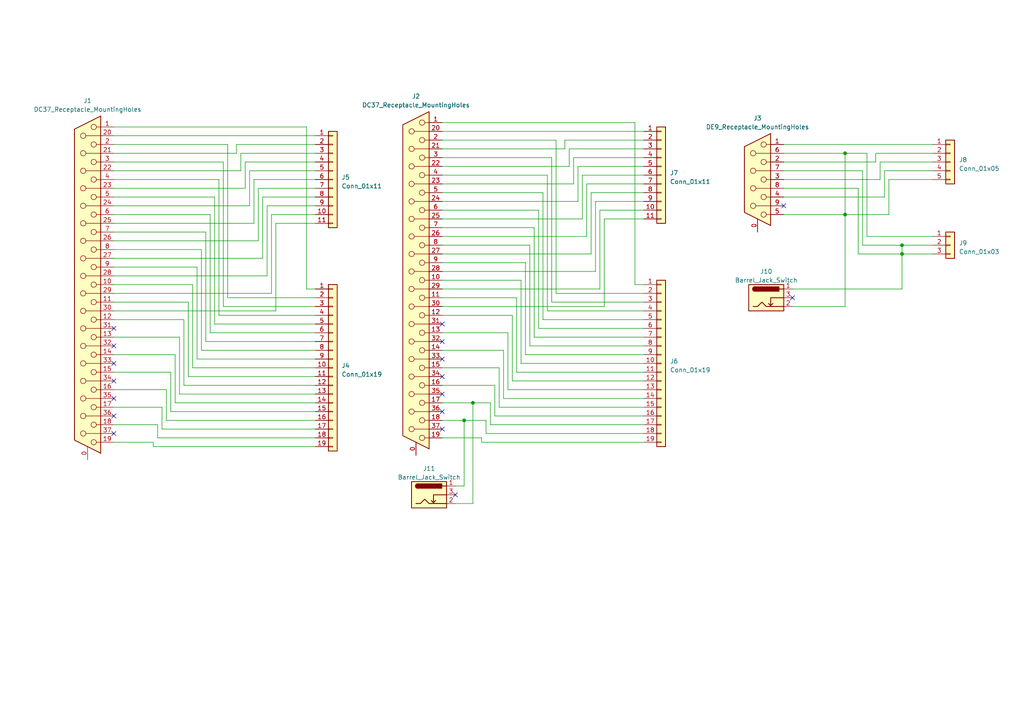
<source format=kicad_sch>
(kicad_sch (version 20230121) (generator eeschema)
  (paper "A4")
  (title_block (title "Veronte68 -> 2.54mm Breakout") (date "2023-07-05") (rev "v1.0.0") (company "teTra aviation corp."))
  (lib_symbols
    (symbol "Connector:Barrel_Jack_Switch" (pin_names hide)
      (property "Reference" "J" (at 0 5.334 0))
      (property "Value" "Barrel_Jack_Switch" (at 0 -5.08 0))
      (symbol "Barrel_Jack_Switch_0_1"
        (rectangle (start -5.08 3.81) (end 5.08 -3.81) (stroke (width 0.254)) (fill (type background)))
        (arc (start -3.302 3.175) (mid -3.9343 2.54) (end -3.302 1.905) (stroke (width 0.254)))
        (arc (start -3.302 3.175) (mid -3.9343 2.54) (end -3.302 1.905) (stroke (width 0.254)) (fill (type outline)))
        (polyline (pts (xy 1.27 -2.286) (xy 1.905 -1.651)) (stroke (width 0.254)))
        (polyline (pts (xy 5.08 2.54) (xy 3.81 2.54)) (stroke (width 0.254)))
        (polyline (pts (xy 5.08 0) (xy 1.27 0) (xy 1.27 -2.286) (xy 0.635 -1.651)) (stroke (width 0.254)))
        (polyline (pts (xy -3.81 -2.54) (xy -2.54 -2.54) (xy -1.27 -1.27) (xy 0 -2.54) (xy 2.54 -2.54) (xy 5.08 -2.54)) (stroke (width 0.254)))
        (rectangle (start 3.683 3.175) (end -3.302 1.905) (stroke (width 0.254)) (fill (type outline)))
      )
      (symbol "Barrel_Jack_Switch_1_1"
        (pin passive line (at 7.62 2.54 180) (length 2.54) (name "~") (number "1"))
        (pin passive line (at 7.62 -2.54 180) (length 2.54) (name "~") (number "2"))
        (pin passive line (at 7.62 0 180) (length 2.54) (name "~") (number "3"))
      )
    )
    (symbol "Connector:DC37_Receptacle_MountingHoles" (pin_names (offset 1.016) hide)
      (property "Reference" "J" (at 0 52.07 0))
      (property "Value" "DC37_Receptacle_MountingHoles" (at 0 50.165 0))
      (symbol "DC37_Receptacle_MountingHoles_0_1"
        (circle (center -1.778 -45.72) (radius 0.762))
        (circle (center -1.778 -40.64) (radius 0.762))
        (circle (center -1.778 -35.56) (radius 0.762))
        (circle (center -1.778 -30.48) (radius 0.762))
        (circle (center -1.778 -25.4) (radius 0.762))
        (circle (center -1.778 -20.32) (radius 0.762))
        (circle (center -1.778 -15.24) (radius 0.762))
        (circle (center -1.778 -10.16) (radius 0.762))
        (circle (center -1.778 -5.08) (radius 0.762))
        (circle (center -1.778 0) (radius 0.762))
        (circle (center -1.778 5.08) (radius 0.762))
        (circle (center -1.778 10.16) (radius 0.762))
        (circle (center -1.778 15.24) (radius 0.762))
        (circle (center -1.778 20.32) (radius 0.762))
        (circle (center -1.778 25.4) (radius 0.762))
        (circle (center -1.778 30.48) (radius 0.762))
        (circle (center -1.778 35.56) (radius 0.762))
        (circle (center -1.778 40.64) (radius 0.762))
        (circle (center -1.778 45.72) (radius 0.762))
        (polyline (pts (xy -3.81 -45.72) (xy -2.54 -45.72)))
        (polyline (pts (xy -3.81 -43.18) (xy 0.508 -43.18)))
        (polyline (pts (xy -3.81 -40.64) (xy -2.54 -40.64)))
        (polyline (pts (xy -3.81 -38.1) (xy 0.508 -38.1)))
        (polyline (pts (xy -3.81 -35.56) (xy -2.54 -35.56)))
        (polyline (pts (xy -3.81 -33.02) (xy 0.508 -33.02)))
        (polyline (pts (xy -3.81 -30.48) (xy -2.54 -30.48)))
        (polyline (pts (xy -3.81 -27.94) (xy 0.508 -27.94)))
        (polyline (pts (xy -3.81 -25.4) (xy -2.54 -25.4)))
        (polyline (pts (xy -3.81 -22.86) (xy 0.508 -22.86)))
        (polyline (pts (xy -3.81 -20.32) (xy -2.54 -20.32)))
        (polyline (pts (xy -3.81 -17.78) (xy 0.508 -17.78)))
        (polyline (pts (xy -3.81 -15.24) (xy -2.54 -15.24)))
        (polyline (pts (xy -3.81 -12.7) (xy 0.508 -12.7)))
        (polyline (pts (xy -3.81 -10.16) (xy -2.54 -10.16)))
        (polyline (pts (xy -3.81 -7.62) (xy 0.508 -7.62)))
        (polyline (pts (xy -3.81 -5.08) (xy -2.54 -5.08)))
        (polyline (pts (xy -3.81 -2.54) (xy 0.508 -2.54)))
        (polyline (pts (xy -3.81 0) (xy -2.54 0)))
        (polyline (pts (xy -3.81 2.54) (xy 0.508 2.54)))
        (polyline (pts (xy -3.81 5.08) (xy -2.54 5.08)))
        (polyline (pts (xy -3.81 7.62) (xy 0.508 7.62)))
        (polyline (pts (xy -3.81 10.16) (xy -2.54 10.16)))
        (polyline (pts (xy -3.81 12.7) (xy 0.508 12.7)))
        (polyline (pts (xy -3.81 15.24) (xy -2.54 15.24)))
        (polyline (pts (xy -3.81 17.78) (xy 0.508 17.78)))
        (polyline (pts (xy -3.81 20.32) (xy -2.54 20.32)))
        (polyline (pts (xy -3.81 22.86) (xy 0.508 22.86)))
        (polyline (pts (xy -3.81 25.4) (xy -2.54 25.4)))
        (polyline (pts (xy -3.81 27.94) (xy 0.508 27.94)))
        (polyline (pts (xy -3.81 30.48) (xy -2.54 30.48)))
        (polyline (pts (xy -3.81 33.02) (xy 0.508 33.02)))
        (polyline (pts (xy -3.81 35.56) (xy -2.54 35.56)))
        (polyline (pts (xy -3.81 38.1) (xy 0.508 38.1)))
        (polyline (pts (xy -3.81 40.64) (xy -2.54 40.64)))
        (polyline (pts (xy -3.81 43.18) (xy 0.508 43.18)))
        (polyline (pts (xy -3.81 45.72) (xy -2.54 45.72)))
        (polyline (pts (xy -3.81 -48.895) (xy 3.81 -45.085) (xy 3.81 45.085) (xy -3.81 48.895) (xy -3.81 -48.895)) (stroke (width 0.254)) (fill (type background)))
        (circle (center 1.27 -43.18) (radius 0.762))
        (circle (center 1.27 -38.1) (radius 0.762))
        (circle (center 1.27 -33.02) (radius 0.762))
        (circle (center 1.27 -27.94) (radius 0.762))
        (circle (center 1.27 -22.86) (radius 0.762))
        (circle (center 1.27 -17.78) (radius 0.762))
        (circle (center 1.27 -12.7) (radius 0.762))
        (circle (center 1.27 -7.62) (radius 0.762))
        (circle (center 1.27 -2.54) (radius 0.762))
        (circle (center 1.27 2.54) (radius 0.762))
        (circle (center 1.27 7.62) (radius 0.762))
        (circle (center 1.27 12.7) (radius 0.762))
        (circle (center 1.27 17.78) (radius 0.762))
        (circle (center 1.27 22.86) (radius 0.762))
        (circle (center 1.27 27.94) (radius 0.762))
        (circle (center 1.27 33.02) (radius 0.762))
        (circle (center 1.27 38.1) (radius 0.762))
        (circle (center 1.27 43.18) (radius 0.762))
      )
      (symbol "DC37_Receptacle_MountingHoles_1_1"
        (pin passive line (at 0 -50.8 90) (length 3.81) (name "PAD") (number "0"))
        (pin passive line (at -7.62 45.72 0) (length 3.81) (name "1") (number "1"))
        (pin passive line (at -7.62 0 0) (length 3.81) (name "10") (number "10"))
        (pin passive line (at -7.62 -5.08 0) (length 3.81) (name "11") (number "11"))
        (pin passive line (at -7.62 -10.16 0) (length 3.81) (name "12") (number "12"))
        (pin passive line (at -7.62 -15.24 0) (length 3.81) (name "13") (number "13"))
        (pin passive line (at -7.62 -20.32 0) (length 3.81) (name "14") (number "14"))
        (pin passive line (at -7.62 -25.4 0) (length 3.81) (name "15") (number "15"))
        (pin passive line (at -7.62 -30.48 0) (length 3.81) (name "16") (number "16"))
        (pin passive line (at -7.62 -35.56 0) (length 3.81) (name "17") (number "17"))
        (pin passive line (at -7.62 -40.64 0) (length 3.81) (name "18") (number "18"))
        (pin passive line (at -7.62 -45.72 0) (length 3.81) (name "19") (number "19"))
        (pin passive line (at -7.62 40.64 0) (length 3.81) (name "2") (number "2"))
        (pin passive line (at -7.62 43.18 0) (length 3.81) (name "20") (number "20"))
        (pin passive line (at -7.62 38.1 0) (length 3.81) (name "21") (number "21"))
        (pin passive line (at -7.62 33.02 0) (length 3.81) (name "22") (number "22"))
        (pin passive line (at -7.62 27.94 0) (length 3.81) (name "23") (number "23"))
        (pin passive line (at -7.62 22.86 0) (length 3.81) (name "24") (number "24"))
        (pin passive line (at -7.62 17.78 0) (length 3.81) (name "25") (number "25"))
        (pin passive line (at -7.62 12.7 0) (length 3.81) (name "26") (number "26"))
        (pin passive line (at -7.62 7.62 0) (length 3.81) (name "27") (number "27"))
        (pin passive line (at -7.62 2.54 0) (length 3.81) (name "28") (number "28"))
        (pin passive line (at -7.62 -2.54 0) (length 3.81) (name "29") (number "29"))
        (pin passive line (at -7.62 35.56 0) (length 3.81) (name "3") (number "3"))
        (pin passive line (at -7.62 -7.62 0) (length 3.81) (name "30") (number "30"))
        (pin passive line (at -7.62 -12.7 0) (length 3.81) (name "31") (number "31"))
        (pin passive line (at -7.62 -17.78 0) (length 3.81) (name "32") (number "32"))
        (pin passive line (at -7.62 -22.86 0) (length 3.81) (name "33") (number "33"))
        (pin passive line (at -7.62 -27.94 0) (length 3.81) (name "34") (number "34"))
        (pin passive line (at -7.62 -33.02 0) (length 3.81) (name "35") (number "35"))
        (pin passive line (at -7.62 -38.1 0) (length 3.81) (name "36") (number "36"))
        (pin passive line (at -7.62 -43.18 0) (length 3.81) (name "37") (number "37"))
        (pin passive line (at -7.62 30.48 0) (length 3.81) (name "4") (number "4"))
        (pin passive line (at -7.62 25.4 0) (length 3.81) (name "5") (number "5"))
        (pin passive line (at -7.62 20.32 0) (length 3.81) (name "6") (number "6"))
        (pin passive line (at -7.62 15.24 0) (length 3.81) (name "7") (number "7"))
        (pin passive line (at -7.62 10.16 0) (length 3.81) (name "8") (number "8"))
        (pin passive line (at -7.62 5.08 0) (length 3.81) (name "9") (number "9"))
      )
    )
    (symbol "Connector:DE9_Receptacle_MountingHoles" (pin_names (offset 1.016) hide)
      (property "Reference" "J" (at 0 16.51 0))
      (property "Value" "DE9_Receptacle_MountingHoles" (at 0 14.605 0))
      (symbol "DE9_Receptacle_MountingHoles_0_1"
        (circle (center -1.778 -10.16) (radius 0.762))
        (circle (center -1.778 -5.08) (radius 0.762))
        (circle (center -1.778 0) (radius 0.762))
        (circle (center -1.778 5.08) (radius 0.762))
        (circle (center -1.778 10.16) (radius 0.762))
        (polyline (pts (xy -3.81 -10.16) (xy -2.54 -10.16)))
        (polyline (pts (xy -3.81 -7.62) (xy 0.508 -7.62)))
        (polyline (pts (xy -3.81 -5.08) (xy -2.54 -5.08)))
        (polyline (pts (xy -3.81 -2.54) (xy 0.508 -2.54)))
        (polyline (pts (xy -3.81 0) (xy -2.54 0)))
        (polyline (pts (xy -3.81 2.54) (xy 0.508 2.54)))
        (polyline (pts (xy -3.81 5.08) (xy -2.54 5.08)))
        (polyline (pts (xy -3.81 7.62) (xy 0.508 7.62)))
        (polyline (pts (xy -3.81 10.16) (xy -2.54 10.16)))
        (polyline (pts (xy -3.81 13.335) (xy -3.81 -13.335) (xy 3.81 -9.525) (xy 3.81 9.525) (xy -3.81 13.335)) (stroke (width 0.254)) (fill (type background)))
        (circle (center 1.27 -7.62) (radius 0.762))
        (circle (center 1.27 -2.54) (radius 0.762))
        (circle (center 1.27 2.54) (radius 0.762))
        (circle (center 1.27 7.62) (radius 0.762))
      )
      (symbol "DE9_Receptacle_MountingHoles_1_1"
        (pin passive line (at 0 -15.24 90) (length 3.81) (name "PAD") (number "0"))
        (pin passive line (at -7.62 10.16 0) (length 3.81) (name "1") (number "1"))
        (pin passive line (at -7.62 5.08 0) (length 3.81) (name "2") (number "2"))
        (pin passive line (at -7.62 0 0) (length 3.81) (name "3") (number "3"))
        (pin passive line (at -7.62 -5.08 0) (length 3.81) (name "4") (number "4"))
        (pin passive line (at -7.62 -10.16 0) (length 3.81) (name "5") (number "5"))
        (pin passive line (at -7.62 7.62 0) (length 3.81) (name "6") (number "6"))
        (pin passive line (at -7.62 2.54 0) (length 3.81) (name "7") (number "7"))
        (pin passive line (at -7.62 -2.54 0) (length 3.81) (name "8") (number "8"))
        (pin passive line (at -7.62 -7.62 0) (length 3.81) (name "9") (number "9"))
      )
    )
    (symbol "Connector_Generic:Conn_01x03" (pin_names (offset 1.016) hide)
      (property "Reference" "J" (at 0 5.08 0))
      (property "Value" "Conn_01x03" (at 0 -5.08 0))
      (symbol "Conn_01x03_1_1"
        (rectangle (start -1.27 -2.413) (end 0 -2.667) (stroke (width 0.1524)))
        (rectangle (start -1.27 0.127) (end 0 -0.127) (stroke (width 0.1524)))
        (rectangle (start -1.27 2.667) (end 0 2.413) (stroke (width 0.1524)))
        (rectangle (start -1.27 3.81) (end 1.27 -3.81) (stroke (width 0.254)) (fill (type background)))
        (pin passive line (at -5.08 2.54 0) (length 3.81) (name "Pin_1") (number "1"))
        (pin passive line (at -5.08 0 0) (length 3.81) (name "Pin_2") (number "2"))
        (pin passive line (at -5.08 -2.54 0) (length 3.81) (name "Pin_3") (number "3"))
      )
    )
    (symbol "Connector_Generic:Conn_01x05" (pin_names (offset 1.016) hide)
      (property "Reference" "J" (at 0 7.62 0))
      (property "Value" "Conn_01x05" (at 0 -7.62 0))
      (symbol "Conn_01x05_1_1"
        (rectangle (start -1.27 -4.953) (end 0 -5.207) (stroke (width 0.1524)))
        (rectangle (start -1.27 -2.413) (end 0 -2.667) (stroke (width 0.1524)))
        (rectangle (start -1.27 0.127) (end 0 -0.127) (stroke (width 0.1524)))
        (rectangle (start -1.27 2.667) (end 0 2.413) (stroke (width 0.1524)))
        (rectangle (start -1.27 5.207) (end 0 4.953) (stroke (width 0.1524)))
        (rectangle (start -1.27 6.35) (end 1.27 -6.35) (stroke (width 0.254)) (fill (type background)))
        (pin passive line (at -5.08 5.08 0) (length 3.81) (name "Pin_1") (number "1"))
        (pin passive line (at -5.08 2.54 0) (length 3.81) (name "Pin_2") (number "2"))
        (pin passive line (at -5.08 0 0) (length 3.81) (name "Pin_3") (number "3"))
        (pin passive line (at -5.08 -2.54 0) (length 3.81) (name "Pin_4") (number "4"))
        (pin passive line (at -5.08 -5.08 0) (length 3.81) (name "Pin_5") (number "5"))
      )
    )
    (symbol "Connector_Generic:Conn_01x11" (pin_names (offset 1.016) hide)
      (property "Reference" "J" (at 0 15.24 0))
      (property "Value" "Conn_01x11" (at 0 -15.24 0))
      (symbol "Conn_01x11_1_1"
        (rectangle (start -1.27 -12.573) (end 0 -12.827) (stroke (width 0.1524)))
        (rectangle (start -1.27 -10.033) (end 0 -10.287) (stroke (width 0.1524)))
        (rectangle (start -1.27 -7.493) (end 0 -7.747) (stroke (width 0.1524)))
        (rectangle (start -1.27 -4.953) (end 0 -5.207) (stroke (width 0.1524)))
        (rectangle (start -1.27 -2.413) (end 0 -2.667) (stroke (width 0.1524)))
        (rectangle (start -1.27 0.127) (end 0 -0.127) (stroke (width 0.1524)))
        (rectangle (start -1.27 2.667) (end 0 2.413) (stroke (width 0.1524)))
        (rectangle (start -1.27 5.207) (end 0 4.953) (stroke (width 0.1524)))
        (rectangle (start -1.27 7.747) (end 0 7.493) (stroke (width 0.1524)))
        (rectangle (start -1.27 10.287) (end 0 10.033) (stroke (width 0.1524)))
        (rectangle (start -1.27 12.827) (end 0 12.573) (stroke (width 0.1524)))
        (rectangle (start -1.27 13.97) (end 1.27 -13.97) (stroke (width 0.254)) (fill (type background)))
        (pin passive line (at -5.08 12.7 0) (length 3.81) (name "Pin_1") (number "1"))
        (pin passive line (at -5.08 -10.16 0) (length 3.81) (name "Pin_10") (number "10"))
        (pin passive line (at -5.08 -12.7 0) (length 3.81) (name "Pin_11") (number "11"))
        (pin passive line (at -5.08 10.16 0) (length 3.81) (name "Pin_2") (number "2"))
        (pin passive line (at -5.08 7.62 0) (length 3.81) (name "Pin_3") (number "3"))
        (pin passive line (at -5.08 5.08 0) (length 3.81) (name "Pin_4") (number "4"))
        (pin passive line (at -5.08 2.54 0) (length 3.81) (name "Pin_5") (number "5"))
        (pin passive line (at -5.08 0 0) (length 3.81) (name "Pin_6") (number "6"))
        (pin passive line (at -5.08 -2.54 0) (length 3.81) (name "Pin_7") (number "7"))
        (pin passive line (at -5.08 -5.08 0) (length 3.81) (name "Pin_8") (number "8"))
        (pin passive line (at -5.08 -7.62 0) (length 3.81) (name "Pin_9") (number "9"))
      )
    )
    (symbol "Connector_Generic:Conn_01x19" (pin_names (offset 1.016) hide)
      (property "Reference" "J" (at 0 25.4 0))
      (property "Value" "Conn_01x19" (at 0 -25.4 0))
      (symbol "Conn_01x19_1_1"
        (rectangle (start -1.27 -22.733) (end 0 -22.987) (stroke (width 0.1524)))
        (rectangle (start -1.27 -20.193) (end 0 -20.447) (stroke (width 0.1524)))
        (rectangle (start -1.27 -17.653) (end 0 -17.907) (stroke (width 0.1524)))
        (rectangle (start -1.27 -15.113) (end 0 -15.367) (stroke (width 0.1524)))
        (rectangle (start -1.27 -12.573) (end 0 -12.827) (stroke (width 0.1524)))
        (rectangle (start -1.27 -10.033) (end 0 -10.287) (stroke (width 0.1524)))
        (rectangle (start -1.27 -7.493) (end 0 -7.747) (stroke (width 0.1524)))
        (rectangle (start -1.27 -4.953) (end 0 -5.207) (stroke (width 0.1524)))
        (rectangle (start -1.27 -2.413) (end 0 -2.667) (stroke (width 0.1524)))
        (rectangle (start -1.27 0.127) (end 0 -0.127) (stroke (width 0.1524)))
        (rectangle (start -1.27 2.667) (end 0 2.413) (stroke (width 0.1524)))
        (rectangle (start -1.27 5.207) (end 0 4.953) (stroke (width 0.1524)))
        (rectangle (start -1.27 7.747) (end 0 7.493) (stroke (width 0.1524)))
        (rectangle (start -1.27 10.287) (end 0 10.033) (stroke (width 0.1524)))
        (rectangle (start -1.27 12.827) (end 0 12.573) (stroke (width 0.1524)))
        (rectangle (start -1.27 15.367) (end 0 15.113) (stroke (width 0.1524)))
        (rectangle (start -1.27 17.907) (end 0 17.653) (stroke (width 0.1524)))
        (rectangle (start -1.27 20.447) (end 0 20.193) (stroke (width 0.1524)))
        (rectangle (start -1.27 22.987) (end 0 22.733) (stroke (width 0.1524)))
        (rectangle (start -1.27 24.13) (end 1.27 -24.13) (stroke (width 0.254)) (fill (type background)))
        (pin passive line (at -5.08 22.86 0) (length 3.81) (name "Pin_1") (number "1"))
        (pin passive line (at -5.08 0 0) (length 3.81) (name "Pin_10") (number "10"))
        (pin passive line (at -5.08 -2.54 0) (length 3.81) (name "Pin_11") (number "11"))
        (pin passive line (at -5.08 -5.08 0) (length 3.81) (name "Pin_12") (number "12"))
        (pin passive line (at -5.08 -7.62 0) (length 3.81) (name "Pin_13") (number "13"))
        (pin passive line (at -5.08 -10.16 0) (length 3.81) (name "Pin_14") (number "14"))
        (pin passive line (at -5.08 -12.7 0) (length 3.81) (name "Pin_15") (number "15"))
        (pin passive line (at -5.08 -15.24 0) (length 3.81) (name "Pin_16") (number "16"))
        (pin passive line (at -5.08 -17.78 0) (length 3.81) (name "Pin_17") (number "17"))
        (pin passive line (at -5.08 -20.32 0) (length 3.81) (name "Pin_18") (number "18"))
        (pin passive line (at -5.08 -22.86 0) (length 3.81) (name "Pin_19") (number "19"))
        (pin passive line (at -5.08 20.32 0) (length 3.81) (name "Pin_2") (number "2"))
        (pin passive line (at -5.08 17.78 0) (length 3.81) (name "Pin_3") (number "3"))
        (pin passive line (at -5.08 15.24 0) (length 3.81) (name "Pin_4") (number "4"))
        (pin passive line (at -5.08 12.7 0) (length 3.81) (name "Pin_5") (number "5"))
        (pin passive line (at -5.08 10.16 0) (length 3.81) (name "Pin_6") (number "6"))
        (pin passive line (at -5.08 7.62 0) (length 3.81) (name "Pin_7") (number "7"))
        (pin passive line (at -5.08 5.08 0) (length 3.81) (name "Pin_8") (number "8"))
        (pin passive line (at -5.08 2.54 0) (length 3.81) (name "Pin_9") (number "9"))
      )
    )
  )
  (junction (at 134.62 121.92))
  (junction (at 245.11 62.23))
  (junction (at 261.62 71.12))
  (junction (at 261.62 73.66))
  (junction (at 245.11 44.45))
  (junction (at 137.16 116.84))
  (no_connect (at 33.02 120.65))
  (no_connect (at 33.02 105.41))
  (no_connect (at 128.27 119.38))
  (no_connect (at 128.27 99.06))
  (no_connect (at 33.02 125.73))
  (no_connect (at 33.02 115.57))
  (no_connect (at 33.02 100.33))
  (no_connect (at 128.27 104.14))
  (no_connect (at 132.08 143.51))
  (no_connect (at 33.02 95.25))
  (no_connect (at 227.33 59.69))
  (no_connect (at 128.27 124.46))
  (no_connect (at 229.87 86.36))
  (no_connect (at 128.27 93.98))
  (no_connect (at 128.27 109.22))
  (no_connect (at 33.02 110.49))
  (no_connect (at 128.27 114.3))
  (wire (pts (xy 144.78 106.68) (xy 144.78 118.11)))
  (wire (pts (xy 128.27 40.64) (xy 161.29 40.64)))
  (wire (pts (xy 54.61 87.63) (xy 33.02 87.63)))
  (wire (pts (xy 186.69 115.57) (xy 146.05 115.57)))
  (wire (pts (xy 261.62 73.66) (xy 261.62 71.12)))
  (wire (pts (xy 147.32 113.03) (xy 147.32 96.52)))
  (wire (pts (xy 33.02 107.95) (xy 49.53 107.95)))
  (wire (pts (xy 134.62 121.92) (xy 128.27 121.92)))
  (wire (pts (xy 170.18 68.58) (xy 170.18 53.34)))
  (wire (pts (xy 152.4 102.87) (xy 152.4 76.2)))
  (wire (pts (xy 128.27 38.1) (xy 186.69 38.1)))
  (wire (pts (xy 68.58 44.45) (xy 33.02 44.45)))
  (wire (pts (xy 245.11 88.9) (xy 245.11 62.23)))
  (wire (pts (xy 254 46.99) (xy 254 44.45)))
  (wire (pts (xy 167.64 58.42) (xy 167.64 48.26)))
  (wire (pts (xy 132.08 146.05) (xy 137.16 146.05)))
  (wire (pts (xy 91.44 127) (xy 45.72 127)))
  (wire (pts (xy 62.23 93.98) (xy 62.23 57.15)))
  (wire (pts (xy 156.21 60.96) (xy 156.21 95.25)))
  (wire (pts (xy 139.7 128.27) (xy 186.69 128.27)))
  (wire (pts (xy 186.69 87.63) (xy 160.02 87.63)))
  (wire (pts (xy 71.12 46.99) (xy 71.12 54.61)))
  (wire (pts (xy 69.85 49.53) (xy 69.85 44.45)))
  (wire (pts (xy 170.18 53.34) (xy 186.69 53.34)))
  (wire (pts (xy 184.15 35.56) (xy 184.15 82.55)))
  (wire (pts (xy 128.27 127) (xy 139.7 127)))
  (wire (pts (xy 163.83 43.18) (xy 128.27 43.18)))
  (wire (pts (xy 166.37 45.72) (xy 166.37 53.34)))
  (wire (pts (xy 139.7 127) (xy 139.7 128.27)))
  (wire (pts (xy 153.67 100.33) (xy 186.69 100.33)))
  (wire (pts (xy 91.44 57.15) (xy 76.2 57.15)))
  (wire (pts (xy 128.27 116.84) (xy 137.16 116.84)))
  (wire (pts (xy 59.69 67.31) (xy 33.02 67.31)))
  (wire (pts (xy 186.69 92.71) (xy 157.48 92.71)))
  (wire (pts (xy 144.78 118.11) (xy 186.69 118.11)))
  (wire (pts (xy 165.1 48.26) (xy 165.1 43.18)))
  (wire (pts (xy 166.37 53.34) (xy 128.27 53.34)))
  (wire (pts (xy 33.02 85.09) (xy 78.74 85.09)))
  (wire (pts (xy 33.02 82.55) (xy 55.88 82.55)))
  (wire (pts (xy 80.01 64.77) (xy 80.01 90.17)))
  (wire (pts (xy 128.27 106.68) (xy 144.78 106.68)))
  (wire (pts (xy 257.81 62.23) (xy 245.11 62.23)))
  (wire (pts (xy 91.44 99.06) (xy 59.69 99.06)))
  (wire (pts (xy 74.93 69.85) (xy 74.93 54.61)))
  (wire (pts (xy 91.44 109.22) (xy 54.61 109.22)))
  (wire (pts (xy 128.27 71.12) (xy 153.67 71.12)))
  (wire (pts (xy 44.45 129.54) (xy 91.44 129.54)))
  (wire (pts (xy 261.62 71.12) (xy 250.19 71.12)))
  (wire (pts (xy 91.44 41.91) (xy 68.58 41.91)))
  (wire (pts (xy 33.02 59.69) (xy 72.39 59.69)))
  (wire (pts (xy 167.64 48.26) (xy 186.69 48.26)))
  (wire (pts (xy 140.97 121.92) (xy 134.62 121.92)))
  (wire (pts (xy 73.66 52.07) (xy 73.66 64.77)))
  (wire (pts (xy 63.5 52.07) (xy 63.5 91.44)))
  (wire (pts (xy 64.77 46.99) (xy 33.02 46.99)))
  (wire (pts (xy 44.45 128.27) (xy 44.45 129.54)))
  (wire (pts (xy 46.99 118.11) (xy 46.99 124.46)))
  (wire (pts (xy 66.04 86.36) (xy 91.44 86.36)))
  (wire (pts (xy 128.27 58.42) (xy 167.64 58.42)))
  (wire (pts (xy 186.69 125.73) (xy 140.97 125.73)))
  (wire (pts (xy 91.44 104.14) (xy 57.15 104.14)))
  (wire (pts (xy 143.51 120.65) (xy 143.51 111.76)))
  (wire (pts (xy 60.96 96.52) (xy 91.44 96.52)))
  (wire (pts (xy 77.47 80.01) (xy 77.47 59.69)))
  (wire (pts (xy 128.27 35.56) (xy 184.15 35.56)))
  (wire (pts (xy 76.2 57.15) (xy 76.2 74.93)))
  (wire (pts (xy 71.12 54.61) (xy 33.02 54.61)))
  (wire (pts (xy 156.21 95.25) (xy 186.69 95.25)))
  (wire (pts (xy 53.34 92.71) (xy 53.34 111.76)))
  (wire (pts (xy 132.08 140.97) (xy 134.62 140.97)))
  (wire (pts (xy 128.27 91.44) (xy 148.59 91.44)))
  (wire (pts (xy 91.44 116.84) (xy 50.8 116.84)))
  (wire (pts (xy 163.83 40.64) (xy 163.83 43.18)))
  (wire (pts (xy 255.27 52.07) (xy 227.33 52.07)))
  (wire (pts (xy 33.02 80.01) (xy 77.47 80.01)))
  (wire (pts (xy 146.05 101.6) (xy 128.27 101.6)))
  (wire (pts (xy 261.62 73.66) (xy 270.51 73.66)))
  (wire (pts (xy 154.94 66.04) (xy 128.27 66.04)))
  (wire (pts (xy 172.72 58.42) (xy 186.69 58.42)))
  (wire (pts (xy 157.48 55.88) (xy 128.27 55.88)))
  (wire (pts (xy 52.07 97.79) (xy 33.02 97.79)))
  (wire (pts (xy 50.8 116.84) (xy 50.8 102.87)))
  (wire (pts (xy 91.44 93.98) (xy 62.23 93.98)))
  (wire (pts (xy 58.42 72.39) (xy 58.42 101.6)))
  (wire (pts (xy 255.27 46.99) (xy 255.27 52.07)))
  (wire (pts (xy 80.01 90.17) (xy 33.02 90.17)))
  (wire (pts (xy 142.24 123.19) (xy 186.69 123.19)))
  (wire (pts (xy 142.24 116.84) (xy 142.24 123.19)))
  (wire (pts (xy 72.39 49.53) (xy 91.44 49.53)))
  (wire (pts (xy 251.46 68.58) (xy 251.46 44.45)))
  (wire (pts (xy 45.72 127) (xy 45.72 123.19)))
  (wire (pts (xy 33.02 36.83) (xy 88.9 36.83)))
  (wire (pts (xy 33.02 64.77) (xy 73.66 64.77)))
  (wire (pts (xy 76.2 74.93) (xy 33.02 74.93)))
  (wire (pts (xy 153.67 71.12) (xy 153.67 100.33)))
  (wire (pts (xy 256.54 49.53) (xy 270.51 49.53)))
  (wire (pts (xy 147.32 96.52) (xy 128.27 96.52)))
  (wire (pts (xy 88.9 83.82) (xy 91.44 83.82)))
  (wire (pts (xy 158.75 90.17) (xy 186.69 90.17)))
  (wire (pts (xy 146.05 115.57) (xy 146.05 101.6)))
  (wire (pts (xy 63.5 91.44) (xy 91.44 91.44)))
  (wire (pts (xy 186.69 102.87) (xy 152.4 102.87)))
  (wire (pts (xy 248.92 54.61) (xy 248.92 73.66)))
  (wire (pts (xy 248.92 73.66) (xy 261.62 73.66)))
  (wire (pts (xy 50.8 102.87) (xy 33.02 102.87)))
  (wire (pts (xy 66.04 41.91) (xy 66.04 86.36)))
  (wire (pts (xy 49.53 119.38) (xy 91.44 119.38)))
  (wire (pts (xy 227.33 41.91) (xy 270.51 41.91)))
  (wire (pts (xy 186.69 45.72) (xy 166.37 45.72)))
  (wire (pts (xy 134.62 121.92) (xy 134.62 140.97)))
  (wire (pts (xy 33.02 39.37) (xy 91.44 39.37)))
  (wire (pts (xy 175.26 63.5) (xy 175.26 88.9)))
  (wire (pts (xy 256.54 57.15) (xy 256.54 49.53)))
  (wire (pts (xy 161.29 40.64) (xy 161.29 85.09)))
  (wire (pts (xy 186.69 107.95) (xy 149.86 107.95)))
  (wire (pts (xy 173.99 83.82) (xy 173.99 60.96)))
  (wire (pts (xy 88.9 36.83) (xy 88.9 83.82)))
  (wire (pts (xy 245.11 62.23) (xy 227.33 62.23)))
  (wire (pts (xy 251.46 44.45) (xy 245.11 44.45)))
  (wire (pts (xy 154.94 97.79) (xy 154.94 66.04)))
  (wire (pts (xy 157.48 92.71) (xy 157.48 55.88)))
  (wire (pts (xy 128.27 78.74) (xy 172.72 78.74)))
  (wire (pts (xy 149.86 86.36) (xy 128.27 86.36)))
  (wire (pts (xy 173.99 60.96) (xy 186.69 60.96)))
  (wire (pts (xy 152.4 76.2) (xy 128.27 76.2)))
  (wire (pts (xy 137.16 116.84) (xy 142.24 116.84)))
  (wire (pts (xy 91.44 88.9) (xy 64.77 88.9)))
  (wire (pts (xy 143.51 111.76) (xy 128.27 111.76)))
  (wire (pts (xy 184.15 82.55) (xy 186.69 82.55)))
  (wire (pts (xy 33.02 49.53) (xy 69.85 49.53)))
  (wire (pts (xy 64.77 88.9) (xy 64.77 46.99)))
  (wire (pts (xy 186.69 97.79) (xy 154.94 97.79)))
  (wire (pts (xy 33.02 62.23) (xy 60.96 62.23)))
  (wire (pts (xy 74.93 54.61) (xy 91.44 54.61)))
  (wire (pts (xy 52.07 114.3) (xy 52.07 97.79)))
  (wire (pts (xy 33.02 92.71) (xy 53.34 92.71)))
  (wire (pts (xy 48.26 113.03) (xy 33.02 113.03)))
  (wire (pts (xy 158.75 50.8) (xy 158.75 90.17)))
  (wire (pts (xy 245.11 44.45) (xy 245.11 62.23)))
  (wire (pts (xy 62.23 57.15) (xy 33.02 57.15)))
  (wire (pts (xy 257.81 52.07) (xy 257.81 62.23)))
  (wire (pts (xy 175.26 88.9) (xy 128.27 88.9)))
  (wire (pts (xy 270.51 71.12) (xy 261.62 71.12)))
  (wire (pts (xy 78.74 62.23) (xy 91.44 62.23)))
  (wire (pts (xy 55.88 106.68) (xy 91.44 106.68)))
  (wire (pts (xy 54.61 109.22) (xy 54.61 87.63)))
  (wire (pts (xy 148.59 91.44) (xy 148.59 110.49)))
  (wire (pts (xy 168.91 50.8) (xy 168.91 63.5)))
  (wire (pts (xy 78.74 85.09) (xy 78.74 62.23)))
  (wire (pts (xy 172.72 78.74) (xy 172.72 58.42)))
  (wire (pts (xy 91.44 114.3) (xy 52.07 114.3)))
  (wire (pts (xy 140.97 125.73) (xy 140.97 121.92)))
  (wire (pts (xy 33.02 69.85) (xy 74.93 69.85)))
  (wire (pts (xy 60.96 62.23) (xy 60.96 96.52)))
  (wire (pts (xy 57.15 77.47) (xy 33.02 77.47)))
  (wire (pts (xy 91.44 46.99) (xy 71.12 46.99)))
  (wire (pts (xy 229.87 83.82) (xy 261.62 83.82)))
  (wire (pts (xy 33.02 118.11) (xy 46.99 118.11)))
  (wire (pts (xy 186.69 63.5) (xy 175.26 63.5)))
  (wire (pts (xy 270.51 52.07) (xy 257.81 52.07)))
  (wire (pts (xy 45.72 123.19) (xy 33.02 123.19)))
  (wire (pts (xy 46.99 124.46) (xy 91.44 124.46)))
  (wire (pts (xy 165.1 43.18) (xy 186.69 43.18)))
  (wire (pts (xy 33.02 128.27) (xy 44.45 128.27)))
  (wire (pts (xy 59.69 99.06) (xy 59.69 67.31)))
  (wire (pts (xy 161.29 85.09) (xy 186.69 85.09)))
  (wire (pts (xy 229.87 88.9) (xy 245.11 88.9)))
  (wire (pts (xy 186.69 120.65) (xy 143.51 120.65)))
  (wire (pts (xy 128.27 48.26) (xy 165.1 48.26)))
  (wire (pts (xy 171.45 55.88) (xy 171.45 73.66)))
  (wire (pts (xy 91.44 52.07) (xy 73.66 52.07)))
  (wire (pts (xy 151.13 105.41) (xy 186.69 105.41)))
  (wire (pts (xy 186.69 40.64) (xy 163.83 40.64)))
  (wire (pts (xy 68.58 41.91) (xy 68.58 44.45)))
  (wire (pts (xy 250.19 49.53) (xy 227.33 49.53)))
  (wire (pts (xy 33.02 41.91) (xy 66.04 41.91)))
  (wire (pts (xy 128.27 68.58) (xy 170.18 68.58)))
  (wire (pts (xy 128.27 50.8) (xy 158.75 50.8)))
  (wire (pts (xy 160.02 87.63) (xy 160.02 45.72)))
  (wire (pts (xy 128.27 83.82) (xy 173.99 83.82)))
  (wire (pts (xy 55.88 82.55) (xy 55.88 106.68)))
  (wire (pts (xy 227.33 46.99) (xy 254 46.99)))
  (wire (pts (xy 227.33 57.15) (xy 256.54 57.15)))
  (wire (pts (xy 171.45 73.66) (xy 128.27 73.66)))
  (wire (pts (xy 261.62 83.82) (xy 261.62 73.66)))
  (wire (pts (xy 33.02 52.07) (xy 63.5 52.07)))
  (wire (pts (xy 270.51 68.58) (xy 251.46 68.58)))
  (wire (pts (xy 151.13 81.28) (xy 151.13 105.41)))
  (wire (pts (xy 128.27 60.96) (xy 156.21 60.96)))
  (wire (pts (xy 49.53 107.95) (xy 49.53 119.38)))
  (wire (pts (xy 57.15 104.14) (xy 57.15 77.47)))
  (wire (pts (xy 69.85 44.45) (xy 91.44 44.45)))
  (wire (pts (xy 128.27 81.28) (xy 151.13 81.28)))
  (wire (pts (xy 186.69 55.88) (xy 171.45 55.88)))
  (wire (pts (xy 270.51 46.99) (xy 255.27 46.99)))
  (wire (pts (xy 128.27 63.5) (xy 168.91 63.5)))
  (wire (pts (xy 137.16 146.05) (xy 137.16 116.84)))
  (wire (pts (xy 53.34 111.76) (xy 91.44 111.76)))
  (wire (pts (xy 48.26 121.92) (xy 48.26 113.03)))
  (wire (pts (xy 149.86 107.95) (xy 149.86 86.36)))
  (wire (pts (xy 160.02 45.72) (xy 128.27 45.72)))
  (wire (pts (xy 91.44 121.92) (xy 48.26 121.92)))
  (wire (pts (xy 91.44 64.77) (xy 80.01 64.77)))
  (wire (pts (xy 250.19 71.12) (xy 250.19 49.53)))
  (wire (pts (xy 186.69 50.8) (xy 168.91 50.8)))
  (wire (pts (xy 77.47 59.69) (xy 91.44 59.69)))
  (wire (pts (xy 254 44.45) (xy 270.51 44.45)))
  (wire (pts (xy 148.59 110.49) (xy 186.69 110.49)))
  (wire (pts (xy 186.69 113.03) (xy 147.32 113.03)))
  (wire (pts (xy 227.33 54.61) (xy 248.92 54.61)))
  (wire (pts (xy 72.39 59.69) (xy 72.39 49.53)))
  (wire (pts (xy 33.02 72.39) (xy 58.42 72.39)))
  (wire (pts (xy 58.42 101.6) (xy 91.44 101.6)))
  (wire (pts (xy 245.11 44.45) (xy 227.33 44.45)))
  (symbol (lib_id "Connector:Barrel_Jack_Switch") (at 222.25 86.36 0) (unit 1)
    (property "Reference" "J10" (at 222.25 78.74 0))
    (property "Value" "Barrel_Jack_Switch" (at 222.25 81.28 0))
    (property "Footprint" "Connector_BarrelJack:BarrelJack_GCT_DCJ200-10-A_Horizontal" (effects hide))
  )
  (symbol (lib_id "Connector_Generic:Conn_01x11") (at 191.77 50.8 0) (unit 1)
    (property "Reference" "J7" (at 194.31 50.165 0) (effects (justify left)))
    (property "Value" "Conn_01x11" (at 194.31 52.705 0) (effects (justify left)))
    (property "Footprint" "Connector_PinHeader_2.54mm:PinHeader_1x11_P2.54mm_Vertical" (effects hide))
  )
  (symbol (lib_id "Connector_Generic:Conn_01x19") (at 96.52 106.68 0) (unit 1)
    (property "Reference" "J4" (at 99.06 106.045 0) (effects (justify left)))
    (property "Value" "Conn_01x19" (at 99.06 108.585 0) (effects (justify left)))
    (property "Footprint" "Connector_PinHeader_2.54mm:PinHeader_1x19_P2.54mm_Vertical" (effects hide))
  )
  (symbol (lib_id "Connector:DE9_Receptacle_MountingHoles") (at 219.71 52.07 0) (mirror y) (unit 1)
    (property "Reference" "J3" (at 219.71 34.29 0))
    (property "Value" "DE9_Receptacle_MountingHoles" (at 219.71 36.83 0))
    (property "Footprint" "Connector_Dsub:DSUB-9_Female_Horizontal_P2.77x2.84mm_EdgePinOffset4.94mm_Housed_MountingHolesOffset7.48mm" (effects hide))
    (property "Datasheet" " ~" (effects hide))
  )
  (symbol (lib_id "Connector:Barrel_Jack_Switch") (at 124.46 143.51 0) (unit 1)
    (property "Reference" "J11" (at 124.46 135.89 0))
    (property "Value" "Barrel_Jack_Switch" (at 124.46 138.43 0))
    (property "Footprint" "Connector_BarrelJack:BarrelJack_GCT_DCJ200-10-A_Horizontal" (effects hide))
  )
  (symbol (lib_id "Connector_Generic:Conn_01x11") (at 96.52 52.07 0) (unit 1)
    (property "Reference" "J5" (at 99.06 51.435 0) (effects (justify left)))
    (property "Value" "Conn_01x11" (at 99.06 53.975 0) (effects (justify left)))
    (property "Footprint" "Connector_PinHeader_2.54mm:PinHeader_1x11_P2.54mm_Vertical" (effects hide))
  )
  (symbol (lib_id "Connector_Generic:Conn_01x05") (at 275.59 46.99 0) (unit 1)
    (property "Reference" "J8" (at 278.13 46.355 0) (effects (justify left)))
    (property "Value" "Conn_01x05" (at 278.13 48.895 0) (effects (justify left)))
    (property "Footprint" "Connector_PinHeader_2.54mm:PinHeader_1x05_P2.54mm_Vertical" (effects hide))
  )
  (symbol (lib_id "Connector_Generic:Conn_01x03") (at 275.59 71.12 0) (unit 1)
    (property "Reference" "J9" (at 278.13 70.485 0) (effects (justify left)))
    (property "Value" "Conn_01x03" (at 278.13 73.025 0) (effects (justify left)))
    (property "Footprint" "Connector_PinHeader_2.54mm:PinHeader_1x03_P2.54mm_Vertical" (effects hide))
  )
  (symbol (lib_id "Connector:DC37_Receptacle_MountingHoles") (at 120.65 81.28 0) (mirror y) (unit 1)
    (property "Reference" "J2" (at 120.65 27.94 0))
    (property "Value" "DC37_Receptacle_MountingHoles" (at 120.65 30.48 0))
    (property "Footprint" "Connector_Dsub:DSUB-37_Female_Horizontal_P2.77x2.84mm_EdgePinOffset7.70mm_Housed_MountingHolesOffset9.12mm" (effects hide))
    (property "Datasheet" " ~" (effects hide))
  )
  (symbol (lib_id "Connector:DC37_Receptacle_MountingHoles") (at 25.4 82.55 0) (mirror y) (unit 1)
    (property "Reference" "J1" (at 25.4 29.21 0))
    (property "Value" "DC37_Receptacle_MountingHoles" (at 25.4 31.75 0))
    (property "Footprint" "Connector_Dsub:DSUB-37_Female_Horizontal_P2.77x2.84mm_EdgePinOffset7.70mm_Housed_MountingHolesOffset9.12mm" (effects hide))
    (property "Datasheet" " ~" (effects hide))
  )
  (symbol (lib_id "Connector_Generic:Conn_01x19") (at 191.77 105.41 0) (unit 1)
    (property "Reference" "J6" (at 194.31 104.775 0) (effects (justify left)))
    (property "Value" "Conn_01x19" (at 194.31 107.315 0) (effects (justify left)))
    (property "Footprint" "Connector_PinHeader_2.54mm:PinHeader_1x19_P2.54mm_Vertical" (effects hide))
  )
)
</source>
